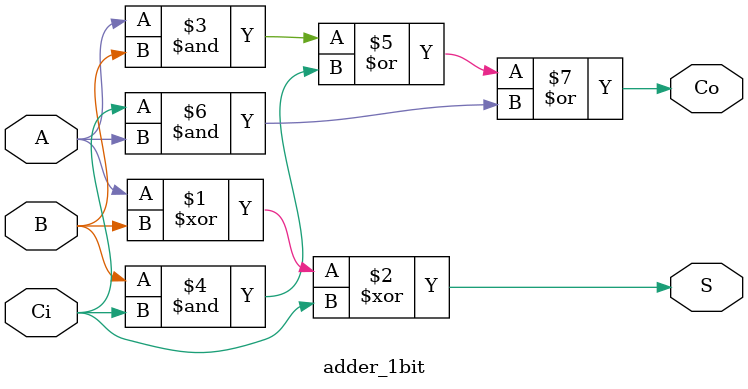
<source format=v>
`timescale 1ns / 1ps
module adder_1bit(A,B,Ci,S,Co
    );
	input wire A,B,Ci;
	output wire S,Co;
	assign S=A^B^Ci;
	assign Co=A&B|B&Ci|Ci&A;
endmodule

</source>
